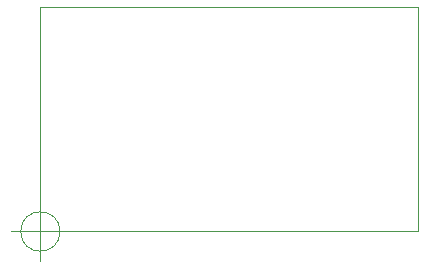
<source format=gbr>
G04 #@! TF.FileFunction,Profile,NP*
%FSLAX46Y46*%
G04 Gerber Fmt 4.6, Leading zero omitted, Abs format (unit mm)*
G04 Created by KiCad (PCBNEW 4.0.2-stable) date 2017年04月21日 星期五 11:17:21*
%MOMM*%
G01*
G04 APERTURE LIST*
%ADD10C,0.100000*%
G04 APERTURE END LIST*
D10*
X160666666Y-96000000D02*
G75*
G03X160666666Y-96000000I-1666666J0D01*
G01*
X156500000Y-96000000D02*
X161500000Y-96000000D01*
X159000000Y-93500000D02*
X159000000Y-98500000D01*
X160666666Y-96000000D02*
G75*
G03X160666666Y-96000000I-1666666J0D01*
G01*
X156500000Y-96000000D02*
X161500000Y-96000000D01*
X159000000Y-93500000D02*
X159000000Y-98500000D01*
X159000000Y-96000000D02*
X159000000Y-77000000D01*
X191000000Y-96000000D02*
X159000000Y-96000000D01*
X191000000Y-77000000D02*
X191000000Y-96000000D01*
X159000000Y-77000000D02*
X191000000Y-77000000D01*
M02*

</source>
